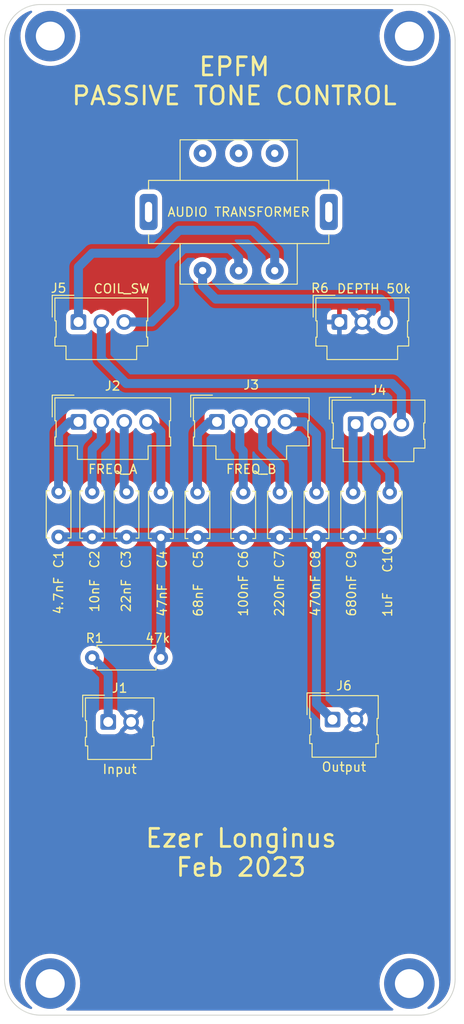
<source format=kicad_pcb>
(kicad_pcb (version 20211014) (generator pcbnew)
  (layers (0 "F.Cu" signal) (31 "B.Cu" signal) (34 "B.Paste" user) (35 "F.Paste" user) (36 "B.SilkS" user "B.Silkscreen") (37 "F.SilkS" user "F.Silkscreen") (38 "B.Mask" user) (39 "F.Mask" user) (44 "Edge.Cuts" user))
  (net 0 "")
  (net 1 "Earth")
  (net 2 "Net-(J1-Pad1)")
  (net 3 "Net-(J5-Pad1)")
  (net 4 "Net-(J5-Pad3)")
  (net 5 "Net-(R6-Pad3)")
  (net 9 "Net-(J5-Pad2)")
  (net 10 "Net-(C1-Pad1)")
  (net 11 "Net-(C8-Pad1)")
  (net 12 "Net-(C2-Pad1)")
  (net 13 "Net-(C3-Pad2)")
  (net 14 "Net-(C4-Pad2)")
  (net 15 "Net-(C5-Pad2)")
  (net 16 "Net-(C6-Pad2)")
  (net 17 "Net-(C7-Pad2)")
  (net 18 "Net-(C8-Pad2)")
  (net 19 "Net-(C9-Pad2)")
  (net 20 "Net-(C10-Pad2)")
  (footprint "MountingHole:MountingHole_3.2mm_M3_DIN965_Pad" (layer "F.Cu") (at 144.92 43.5)
    (fp_text reference "H2")
    (fp_text value "MountingHole")
    (pad "1" thru_hole circle (at 0 0) (size 5.6 5.6) (drill 3.2) (layers *.Cu *.Mask))
  )
  (footprint "Connector_Molex:Molex_SL_171971-0003_1x03_P2.54mm_Vertical" (layer "F.Cu") (at 137.16 75.184)
    (fp_text reference "R6" (at -2.16 -3.75) (layer "F.SilkS"))
    (fp_text value "DEPTH 50k" (at 3.84 -3.684) (layer "F.SilkS"))
    (fp_line (start 7.69 -2.66) (end -2.61 -2.66) (layer "F.SilkS") (width 0.12))
    (fp_line (start -2.61 -0.13) (end -2.48 -0.13) (layer "F.SilkS") (width 0.12))
    (fp_line (start -1.38 2.66) (end -1.38 4.16) (layer "F.SilkS") (width 0.12))
    (fp_line (start -2.48 1.68) (end -2.61 1.68) (layer "F.SilkS") (width 0.12))
    (fp_line (start 7.56 1.68) (end 7.56 -0.13) (layer "F.SilkS") (width 0.12))
    (fp_line (start 6.46 2.66) (end 7.69 2.66) (layer "F.SilkS") (width 0.12))
    (fp_line (start -2.91 -2.96) (end -0.5 -2.96) (layer "F.SilkS") (width 0.12))
    (fp_line (start 6.46 4.16) (end 6.46 2.66) (layer "F.SilkS") (width 0.12))
    (fp_line (start -2.48 -0.13) (end -2.48 1.68) (layer "F.SilkS") (width 0.12))
    (fp_line (start 7.56 -0.13) (end 7.69 -0.13) (layer "F.SilkS") (width 0.12))
    (fp_line (start -2.61 1.68) (end -2.61 2.66) (layer "F.SilkS") (width 0.12))
    (fp_line (start 7.69 -0.13) (end 7.69 -2.66) (layer "F.SilkS") (width 0.12))
    (fp_line (start 7.69 2.66) (end 7.69 1.68) (layer "F.SilkS") (width 0.12))
    (fp_line (start -1.38 4.16) (end 6.46 4.16) (layer "F.SilkS") (width 0.12))
    (fp_line (start -2.61 -2.66) (end -2.61 -0.13) (layer "F.SilkS") (width 0.12))
    (fp_line (start 7.69 1.68) (end 7.56 1.68) (layer "F.SilkS") (width 0.12))
    (fp_line (start -2.91 -0.55) (end -2.91 -2.96) (layer "F.SilkS") (width 0.12))
    (fp_line (start -2.61 2.66) (end -1.38 2.66) (layer "F.SilkS") (width 0.12))
    (pad "1" thru_hole roundrect (at 0 0) (size 1.74 1.74) (drill 1.09) (layers *.Cu *.Mask) (roundrect_rratio 0.1436781609) (net 1 "Earth"))
    (pad "2" thru_hole circle (at 2.54 0) (size 1.74 1.74) (drill 1.09) (layers *.Cu *.Mask) (net 1 "Earth"))
    (pad "3" thru_hole circle (at 5.08 0) (size 1.74 1.74) (drill 1.09) (layers *.Cu *.Mask) (net 5 "Net-(R6-Pad3)"))
  )
  (footprint "Connector_Molex:Molex_SL_171971-0003_1x03_P2.54mm_Vertical" (layer "F.Cu") (at 108.204 75.184)
    (fp_text reference "J5" (at -2.204 -3.75) (layer "F.SilkS"))
    (fp_text value "COIL_SW" (at 4.796 -3.684) (layer "F.SilkS"))
    (fp_line (start 7.56 1.68) (end 7.56 -0.13) (layer "F.SilkS") (width 0.12))
    (fp_line (start 7.69 2.66) (end 7.69 1.68) (layer "F.SilkS") (width 0.12))
    (fp_line (start -2.91 -2.96) (end -0.5 -2.96) (layer "F.SilkS") (width 0.12))
    (fp_line (start -2.91 -0.55) (end -2.91 -2.96) (layer "F.SilkS") (width 0.12))
    (fp_line (start -2.48 1.68) (end -2.61 1.68) (layer "F.SilkS") (width 0.12))
    (fp_line (start 7.69 -0.13) (end 7.69 -2.66) (layer "F.SilkS") (width 0.12))
    (fp_line (start 7.69 -2.66) (end -2.61 -2.66) (layer "F.SilkS") (width 0.12))
    (fp_line (start -2.61 1.68) (end -2.61 2.66) (layer "F.SilkS") (width 0.12))
    (fp_line (start 6.46 4.16) (end 6.46 2.66) (layer "F.SilkS") (width 0.12))
    (fp_line (start -1.38 4.16) (end 6.46 4.16) (layer "F.SilkS") (width 0.12))
    (fp_line (start 6.46 2.66) (end 7.69 2.66) (layer "F.SilkS") (width 0.12))
    (fp_line (start -1.38 2.66) (end -1.38 4.16) (layer "F.SilkS") (width 0.12))
    (fp_line (start -2.61 -2.66) (end -2.61 -0.13) (layer "F.SilkS") (width 0.12))
    (fp_line (start 7.56 -0.13) (end 7.69 -0.13) (layer "F.SilkS") (width 0.12))
    (fp_line (start 7.69 1.68) (end 7.56 1.68) (layer "F.SilkS") (width 0.12))
    (fp_line (start -2.48 -0.13) (end -2.48 1.68) (layer "F.SilkS") (width 0.12))
    (fp_line (start -2.61 2.66) (end -1.38 2.66) (layer "F.SilkS") (width 0.12))
    (fp_line (start -2.61 -0.13) (end -2.48 -0.13) (layer "F.SilkS") (width 0.12))
    (pad "1" thru_hole roundrect (at 0 0) (size 1.74 1.74) (drill 1.09) (layers *.Cu *.Mask) (roundrect_rratio 0.1436781609) (net 3 "Net-(J5-Pad1)"))
    (pad "2" thru_hole circle (at 2.54 0) (size 1.74 1.74) (drill 1.09) (layers *.Cu *.Mask) (net 9 "Net-(J5-Pad2)"))
    (pad "3" thru_hole circle (at 5.08 0) (size 1.74 1.74) (drill 1.09) (layers *.Cu *.Mask) (net 4 "Net-(J5-Pad3)"))
  )
  (footprint "Capacitor_THT:C_Disc_D5.0mm_W2.5mm_P5.00mm" (layer "F.Cu") (at 134.62 99.06 90)
    (fp_text reference "C8" (at -2.44 -0.12 90) (layer "F.SilkS"))
    (fp_text value "470nF" (at -6.44 -0.12 90) (layer "F.SilkS"))
    (fp_line (start -0.12 1.055) (end -0.12 1.37) (layer "F.SilkS") (width 0.12))
    (fp_line (start 5.12 -1.37) (end 5.12 -1.055) (layer "F.SilkS") (width 0.12))
    (fp_line (start -0.12 1.37) (end 5.12 1.37) (layer "F.SilkS") (width 0.12))
    (fp_line (start -0.12 -1.37) (end 5.12 -1.37) (layer "F.SilkS") (width 0.12))
    (fp_line (start -0.12 -1.37) (end -0.12 -1.055) (layer "F.SilkS") (width 0.12))
    (fp_line (start 5.12 1.055) (end 5.12 1.37) (layer "F.SilkS") (width 0.12))
    (pad "1" thru_hole circle (at 0 0 90) (size 1.6 1.6) (drill 0.8) (layers *.Cu *.Mask) (net 11 "Net-(C8-Pad1)"))
    (pad "2" thru_hole circle (at 5 0 90) (size 1.6 1.6) (drill 0.8) (layers *.Cu *.Mask) (net 18 "Net-(C8-Pad2)"))
  )
  (footprint "Capacitor_THT:C_Disc_D5.0mm_W2.5mm_P5.00mm" (layer "F.Cu") (at 130.556 99.06 90)
    (fp_text reference "C7" (at -2.44 -0.056 90) (layer "F.SilkS"))
    (fp_text value "220nF" (at -6.44 -0.056 90) (layer "F.SilkS"))
    (fp_line (start -0.12 -1.37) (end 5.12 -1.37) (layer "F.SilkS") (width 0.12))
    (fp_line (start -0.12 1.37) (end 5.12 1.37) (layer "F.SilkS") (width 0.12))
    (fp_line (start -0.12 -1.37) (end -0.12 -1.055) (layer "F.SilkS") (width 0.12))
    (fp_line (start 5.12 1.055) (end 5.12 1.37) (layer "F.SilkS") (width 0.12))
    (fp_line (start -0.12 1.055) (end -0.12 1.37) (layer "F.SilkS") (width 0.12))
    (fp_line (start 5.12 -1.37) (end 5.12 -1.055) (layer "F.SilkS") (width 0.12))
    (pad "1" thru_hole circle (at 0 0 90) (size 1.6 1.6) (drill 0.8) (layers *.Cu *.Mask) (net 11 "Net-(C8-Pad1)"))
    (pad "2" thru_hole circle (at 5 0 90) (size 1.6 1.6) (drill 0.8) (layers *.Cu *.Mask) (net 17 "Net-(C7-Pad2)"))
  )
  (footprint "Capacitor_THT:C_Disc_D5.0mm_W2.5mm_P5.00mm" (layer "F.Cu") (at 142.748 99.06 90)
    (fp_text reference "C10" (at -2.44 -0.248 90) (layer "F.SilkS"))
    (fp_text value "1uF" (at -7.44 -0.248 90) (layer "F.SilkS"))
    (fp_line (start 5.12 1.055) (end 5.12 1.37) (layer "F.SilkS") (width 0.12))
    (fp_line (start -0.12 1.055) (end -0.12 1.37) (layer "F.SilkS") (width 0.12))
    (fp_line (start -0.12 -1.37) (end -0.12 -1.055) (layer "F.SilkS") (width 0.12))
    (fp_line (start -0.12 -1.37) (end 5.12 -1.37) (layer "F.SilkS") (width 0.12))
    (fp_line (start -0.12 1.37) (end 5.12 1.37) (layer "F.SilkS") (width 0.12))
    (fp_line (start 5.12 -1.37) (end 5.12 -1.055) (layer "F.SilkS") (width 0.12))
    (pad "1" thru_hole circle (at 0 0 90) (size 1.6 1.6) (drill 0.8) (layers *.Cu *.Mask) (net 11 "Net-(C8-Pad1)"))
    (pad "2" thru_hole circle (at 5 0 90) (size 1.6 1.6) (drill 0.8) (layers *.Cu *.Mask) (net 20 "Net-(C10-Pad2)"))
  )
  (footprint "Connector_Molex:Molex_SL_171971-0002_1x02_P2.54mm_Vertical" (layer "F.Cu") (at 111.506 119.504)
    (fp_text reference "J1" (at 1.27 -3.75) (layer "F.SilkS"))
    (fp_text value "Input" (at 1.27 5.25) (layer "F.SilkS"))
    (fp_line (start -2.53 1.68) (end -2.53 2.66) (layer "F.SilkS") (width 0.12))
    (fp_line (start -2.4 -0.13) (end -2.4 1.68) (layer "F.SilkS") (width 0.12))
    (fp_line (start -2.27 2.66) (end -2.27 4.16) (layer "F.SilkS") (width 0.12))
    (fp_line (start 4.81 2.66) (end 5.07 2.66) (layer "F.SilkS") (width 0.12))
    (fp_line (start -2.53 -2.66) (end -2.53 -0.13) (layer "F.SilkS") (width 0.12))
    (fp_line (start 5.07 1.68) (end 4.94 1.68) (layer "F.SilkS") (width 0.12))
    (fp_line (start -2.83 -0.55) (end -2.83 -2.96) (layer "F.SilkS") (width 0.12))
    (fp_line (start -2.27 4.16) (end 4.81 4.16) (layer "F.SilkS") (width 0.12))
    (fp_line (start 5.07 -2.66) (end -2.53 -2.66) (layer "F.SilkS") (width 0.12))
    (fp_line (start -2.53 2.66) (end -2.27 2.66) (layer "F.SilkS") (width 0.12))
    (fp_line (start 4.94 -0.13) (end 5.07 -0.13) (layer "F.SilkS") (width 0.12))
    (fp_line (start 5.07 -0.13) (end 5.07 -2.66) (layer "F.SilkS") (width 0.12))
    (fp_line (start 4.81 4.16) (end 4.81 2.66) (layer "F.SilkS") (width 0.12))
    (fp_line (start 4.94 1.68) (end 4.94 -0.13) (layer "F.SilkS") (width 0.12))
    (fp_line (start -2.53 -0.13) (end -2.4 -0.13) (layer "F.SilkS") (width 0.12))
    (fp_line (start 5.07 2.66) (end 5.07 1.68) (layer "F.SilkS") (width 0.12))
    (fp_line (start -2.4 1.68) (end -2.53 1.68) (layer "F.SilkS") (width 0.12))
    (fp_line (start -2.83 -2.96) (end -0.42 -2.96) (layer "F.SilkS") (width 0.12))
    (pad "1" thru_hole roundrect (at 0 0) (size 1.74 1.74) (drill 1.09) (layers *.Cu *.Mask) (roundrect_rratio 0.1436781609) (net 2 "Net-(J1-Pad1)"))
    (pad "2" thru_hole circle (at 2.54 0) (size 1.74 1.74) (drill 1.09) (layers *.Cu *.Mask) (net 1 "Earth"))
  )
  (footprint "Resistor_THT:R_Axial_DIN0207_L6.3mm_D2.5mm_P7.62mm_Horizontal" (layer "F.Cu") (at 109.728 112.38)
    (fp_text reference "R1" (at 0.272 -2.156) (layer "F.SilkS"))
    (fp_text value "47k" (at 7.272 -2.156) (layer "F.SilkS"))
    (fp_line (start 0.54 1.04) (end 0.54 1.37) (layer "F.SilkS") (width 0.12))
    (fp_line (start 0.54 1.37) (end 7.08 1.37) (layer "F.SilkS") (width 0.12))
    (fp_line (start 7.08 -1.37) (end 7.08 -1.04) (layer "F.SilkS") (width 0.12))
    (fp_line (start 0.54 -1.04) (end 0.54 -1.37) (layer "F.SilkS") (width 0.12))
    (fp_line (start 7.08 1.37) (end 7.08 1.04) (layer "F.SilkS") (width 0.12))
    (fp_line (start 0.54 -1.37) (end 7.08 -1.37) (layer "F.SilkS") (width 0.12))
    (pad "1" thru_hole circle (at 0 0) (size 1.6 1.6) (drill 0.8) (layers *.Cu *.Mask) (net 2 "Net-(J1-Pad1)"))
    (pad "2" thru_hole oval (at 7.62 0) (size 1.6 1.6) (drill 0.8) (layers *.Cu *.Mask) (net 11 "Net-(C8-Pad1)"))
  )
  (footprint "Capacitor_THT:C_Disc_D5.0mm_W2.5mm_P5.00mm" (layer "F.Cu") (at 106 94 -90)
    (fp_text reference "C1" (at 7.5 0 90) (layer "F.SilkS"))
    (fp_text value "4.7nF" (at 11.5 0 90) (layer "F.SilkS"))
    (fp_line (start -0.12 -1.37) (end 5.12 -1.37) (layer "F.SilkS") (width 0.12))
    (fp_line (start -0.12 1.055) (end -0.12 1.37) (layer "F.SilkS") (width 0.12))
    (fp_line (start -0.12 1.37) (end 5.12 1.37) (layer "F.SilkS") (width 0.12))
    (fp_line (start 5.12 -1.37) (end 5.12 -1.055) (layer "F.SilkS") (width 0.12))
    (fp_line (start 5.12 1.055) (end 5.12 1.37) (layer "F.SilkS") (width 0.12))
    (fp_line (start -0.12 -1.37) (end -0.12 -1.055) (layer "F.SilkS") (width 0.12))
    (pad "1" thru_hole circle (at 0 0 270) (size 1.6 1.6) (drill 0.8) (layers *.Cu *.Mask) (net 10 "Net-(C1-Pad1)"))
    (pad "2" thru_hole circle (at 5 0 270) (size 1.6 1.6) (drill 0.8) (layers *.Cu *.Mask) (net 11 "Net-(C8-Pad1)"))
  )
  (footprint "PassiveTonalControl:AudioTransformer_Thru" (layer "F.Cu") (at 125.984 62.992 180)
    (fp_text reference "AUDIO TRANSFORMER" (at 0 -0.008 unlocked) (layer "F.SilkS"))
    (fp_text value "ADTT1-6")
    (fp_line (start 6.5 -8) (end 6.5 -3.5) (layer "F.SilkS") (width 0.12))
    (fp_line (start -6.5 3.5) (end -6.5 8) (layer "F.SilkS") (width 0.12))
    (fp_line (start 10 -3.5) (end 10 -2.5) (layer "F.SilkS") (width 0.12))
    (fp_line (start -10 -3.5) (end -10 -2.5) (layer "F.SilkS") (width 0.12))
    (fp_line (start -6.5 -3.5) (end -6.5 -8) (layer "F.SilkS") (width 0.12))
    (fp_line (start 6.5 8) (end 6.5 3.5) (layer "F.SilkS") (width 0.12))
    (fp_line (start -10 2.5) (end -10 3.5) (layer "F.SilkS") (width 0.12))
    (fp_line (start -6.5 -8) (end 6.5 -8) (layer "F.SilkS") (width 0.12))
    (fp_line (start -10 3.5) (end 10 3.5) (layer "F.SilkS") (width 0.12))
    (fp_line (start -10 -3.5) (end 10 -3.5) (layer "F.SilkS") (width 0.12))
    (fp_line (start 10 3.5) (end 10 2.5) (layer "F.SilkS") (width 0.12))
    (fp_line (start -6.5 8) (end 6.5 8) (layer "F.SilkS") (width 0.12))
    (pad "1" thru_hole circle (at -4 6.5 180) (size 2 2) (drill 0.8) (layers *.Cu *.Mask))
    (pad "2" thru_hole circle (at 0 6.5 180) (size 2 2) (drill 0.8) (layers *.Cu *.Mask))
    (pad "3" thru_hole circle (at 4 6.5 180) (size 2 2) (drill 0.8) (layers *.Cu *.Mask))
    (pad "4" thru_hole circle (at 4 -6.5 180) (size 2 2) (drill 0.8) (layers *.Cu *.Mask) (net 5 "Net-(R6-Pad3)"))
    (pad "5" thru_hole circle (at 0 -6.5 180) (size 2 2) (drill 0.8) (layers *.Cu *.Mask) (net 4 "Net-(J5-Pad3)"))
    (pad "6" thru_hole circle (at -4 -6.5 180) (size 2 2) (drill 0.8) (layers *.Cu *.Mask) (net 3 "Net-(J5-Pad1)"))
    (pad "7" thru_hole roundrect (at 10 0 180) (size 2 4) (drill oval 0.8 2.25) (layers *.Cu *.Mask))
    (pad "7" thru_hole roundrect (at -10 0 180) (size 2 4) (drill oval 0.8 2.25) (layers *.Cu *.Mask))
  )
  (footprint "Connector_Molex:Molex_SL_171971-0004_1x04_P2.54mm_Vertical" (layer "F.Cu") (at 108.203 86.25)
    (fp_text reference "J2" (at 3.797 -3.977) (layer "F.SilkS"))
    (fp_text value "FREQ_A" (at 3.81 5.25) (layer "F.SilkS"))
    (fp_line (start 7.73 2.66) (end 10.23 2.66) (layer "F.SilkS") (width 0.12))
    (fp_line (start -2.91 -0.55) (end -2.91 -2.96) (layer "F.SilkS") (width 0.12))
    (fp_line (start 10.23 -2.66) (end -2.61 -2.66) (layer "F.SilkS") (width 0.12))
    (fp_line (start -2.61 -2.66) (end -2.61 -0.13) (layer "F.SilkS") (width 0.12))
    (fp_line (start -2.48 -0.13) (end -2.48 1.68) (layer "F.SilkS") (width 0.12))
    (fp_line (start -0.11 2.66) (end -0.11 4.16) (layer "F.SilkS") (width 0.12))
    (fp_line (start 7.73 4.16) (end 7.73 2.66) (layer "F.SilkS") (width 0.12))
    (fp_line (start -2.61 1.68) (end -2.61 2.66) (layer "F.SilkS") (width 0.12))
    (fp_line (start -2.48 1.68) (end -2.61 1.68) (layer "F.SilkS") (width 0.12))
    (fp_line (start 10.1 -0.13) (end 10.23 -0.13) (layer "F.SilkS") (width 0.12))
    (fp_line (start -2.61 2.66) (end -0.11 2.66) (layer "F.SilkS") (width 0.12))
    (fp_line (start 10.23 2.66) (end 10.23 1.68) (layer "F.SilkS") (width 0.12))
    (fp_line (start -2.61 -0.13) (end -2.48 -0.13) (layer "F.SilkS") (width 0.12))
    (fp_line (start -0.11 4.16) (end 7.73 4.16) (layer "F.SilkS") (width 0.12))
    (fp_line (start -2.91 -2.96) (end -0.5 -2.96) (layer "F.SilkS") (width 0.12))
    (fp_line (start 10.23 -0.13) (end 10.23 -2.66) (layer "F.SilkS") (width 0.12))
    (fp_line (start 10.23 1.68) (end 10.1 1.68) (layer "F.SilkS") (width 0.12))
    (fp_line (start 10.1 1.68) (end 10.1 -0.13) (layer "F.SilkS") (width 0.12))
    (pad "1" thru_hole roundrect (at 0 0) (size 1.74 1.74) (drill 1.09) (layers *.Cu *.Mask) (roundrect_rratio 0.1436781609) (net 10 "Net-(C1-Pad1)"))
    (pad "2" thru_hole circle (at 2.54 0) (size 1.74 1.74) (drill 1.09) (layers *.Cu *.Mask) (net 12 "Net-(C2-Pad1)"))
    (pad "3" thru_hole circle (at 5.08 0) (size 1.74 1.74) (drill 1.09) (layers *.Cu *.Mask) (net 13 "Net-(C3-Pad2)"))
    (pad "4" thru_hole circle (at 7.62 0) (size 1.74 1.74) (drill 1.09) (layers *.Cu *.Mask) (net 14 "Net-(C4-Pad2)"))
  )
  (footprint "Connector_Molex:Molex_SL_171971-0003_1x03_P2.54mm_Vertical" (layer "F.Cu") (at 138.96 86.5)
    (fp_text reference "J4" (at 2.54 -3.75) (layer "F.SilkS"))
    (fp_text value "FREQ_COMM")
    (fp_line (start 7.56 1.68) (end 7.56 -0.13) (layer "F.SilkS") (width 0.12))
    (fp_line (start -2.91 -0.55) (end -2.91 -2.96) (layer "F.SilkS") (width 0.12))
    (fp_line (start 7.69 -2.66) (end -2.61 -2.66) (layer "F.SilkS") (width 0.12))
    (fp_line (start -1.38 2.66) (end -1.38 4.16) (layer "F.SilkS") (width 0.12))
    (fp_line (start 7.69 2.66) (end 7.69 1.68) (layer "F.SilkS") (width 0.12))
    (fp_line (start -2.48 -0.13) (end -2.48 1.68) (layer "F.SilkS") (width 0.12))
    (fp_line (start -1.38 4.16) (end 6.46 4.16) (layer "F.SilkS") (width 0.12))
    (fp_line (start 7.56 -0.13) (end 7.69 -0.13) (layer "F.SilkS") (width 0.12))
    (fp_line (start 6.46 2.66) (end 7.69 2.66) (layer "F.SilkS") (width 0.12))
    (fp_line (start -2.48 1.68) (end -2.61 1.68) (layer "F.SilkS") (width 0.12))
    (fp_line (start -2.61 -2.66) (end -2.61 -0.13) (layer "F.SilkS") (width 0.12))
    (fp_line (start -2.61 -0.13) (end -2.48 -0.13) (layer "F.SilkS") (width 0.12))
    (fp_line (start 7.69 1.68) (end 7.56 1.68) (layer "F.SilkS") (width 0.12))
    (fp_line (start -2.61 1.68) (end -2.61 2.66) (layer "F.SilkS") (width 0.12))
    (fp_line (start -2.91 -2.96) (end -0.5 -2.96) (layer "F.SilkS") (width 0.12))
    (fp_line (start 7.69 -0.13) (end 7.69 -2.66) (layer "F.SilkS") (width 0.12))
    (fp_line (start 6.46 4.16) (end 6.46 2.66) (layer "F.SilkS") (width 0.12))
    (fp_line (start -2.61 2.66) (end -1.38 2.66) (layer "F.SilkS") (width 0.12))
    (pad "1" thru_hole roundrect (at 0 0) (size 1.74 1.74) (drill 1.09) (layers *.Cu *.Mask) (roundrect_rratio 0.1436781609) (net 19 "Net-(C9-Pad2)"))
    (pad "2" thru_hole circle (at 2.54 0) (size 1.74 1.74) (drill 1.09) (layers *.Cu *.Mask) (net 20 "Net-(C10-Pad2)"))
    (pad "3" thru_hole circle (at 5.08 0) (size 1.74 1.74) (drill 1.09) (layers *.Cu *.Mask) (net 9 "Net-(J5-Pad2)"))
  )
  (footprint "Capacitor_THT:C_Disc_D5.0mm_W2.5mm_P5.00mm" (layer "F.Cu") (at 121.412 99.06 90)
    (fp_text reference "C5" (at -2.44 0.088 90) (layer "F.SilkS"))
    (fp_text value "68nF" (at -6.94 0.088 90) (layer "F.SilkS"))
    (fp_line (start -0.12 1.37) (end 5.12 1.37) (layer "F.SilkS") (width 0.12))
    (fp_line (start -0.12 -1.37) (end 5.12 -1.37) (layer "F.SilkS") (width 0.12))
    (fp_line (start -0.12 -1.37) (end -0.12 -1.055) (layer "F.SilkS") (width 0.12))
    (fp_line (start -0.12 1.055) (end -0.12 1.37) (layer "F.SilkS") (width 0.12))
    (fp_line (start 5.12 1.055) (end 5.12 1.37) (layer "F.SilkS") (width 0.12))
    (fp_line (start 5.12 -1.37) (end 5.12 -1.055) (layer "F.SilkS") (width 0.12))
    (pad "1" thru_hole circle (at 0 0 90) (size 1.6 1.6) (drill 0.8) (layers *.Cu *.Mask) (net 11 "Net-(C8-Pad1)"))
    (pad "2" thru_hole circle (at 5 0 90) (size 1.6 1.6) (drill 0.8) (layers *.Cu *.Mask) (net 15 "Net-(C5-Pad2)"))
  )
  (footprint "Capacitor_THT:C_Disc_D5.0mm_W2.5mm_P5.00mm" (layer "F.Cu") (at 117.348 99.06 90)
    (fp_text reference "C4" (at -2.44 0.152 90) (layer "F.SilkS"))
    (fp_text value "47nF" (at -6.94 0.152 90) (layer "F.SilkS"))
    (fp_line (start 5.12 -1.37) (end 5.12 -1.055) (layer "F.SilkS") (width 0.12))
    (fp_line (start -0.12 -1.37) (end 5.12 -1.37) (layer "F.SilkS") (width 0.12))
    (fp_line (start 5.12 1.055) (end 5.12 1.37) (layer "F.SilkS") (width 0.12))
    (fp_line (start -0.12 1.37) (end 5.12 1.37) (layer "F.SilkS") (width 0.12))
    (fp_line (start -0.12 -1.37) (end -0.12 -1.055) (layer "F.SilkS") (width 0.12))
    (fp_line (start -0.12 1.055) (end -0.12 1.37) (layer "F.SilkS") (width 0.12))
    (pad "1" thru_hole circle (at 0 0 90) (size 1.6 1.6) (drill 0.8) (layers *.Cu *.Mask) (net 11 "Net-(C8-Pad1)"))
    (pad "2" thru_hole circle (at 5 0 90) (size 1.6 1.6) (drill 0.8) (layers *.Cu *.Mask) (net 14 "Net-(C4-Pad2)"))
  )
  (footprint "Capacitor_THT:C_Disc_D5.0mm_W2.5mm_P5.00mm" (layer "F.Cu") (at 126.492 99.06 90)
    (fp_text reference "C6" (at -2.44 0.008 90) (layer "F.SilkS"))
    (fp_text value "100nF" (at -6.44 0.008 90) (layer "F.SilkS"))
    (fp_line (start 5.12 1.055) (end 5.12 1.37) (layer "F.SilkS") (width 0.12))
    (fp_line (start -0.12 1.055) (end -0.12 1.37) (layer "F.SilkS") (width 0.12))
    (fp_line (start -0.12 1.37) (end 5.12 1.37) (layer "F.SilkS") (width 0.12))
    (fp_line (start -0.12 -1.37) (end 5.12 -1.37) (layer "F.SilkS") (width 0.12))
    (fp_line (start -0.12 -1.37) (end -0.12 -1.055) (layer "F.SilkS") (width 0.12))
    (fp_line (start 5.12 -1.37) (end 5.12 -1.055) (layer "F.SilkS") (width 0.12))
    (pad "1" thru_hole circle (at 0 0 90) (size 1.6 1.6) (drill 0.8) (layers *.Cu *.Mask) (net 11 "Net-(C8-Pad1)"))
    (pad "2" thru_hole circle (at 5 0 90) (size 1.6 1.6) (drill 0.8) (layers *.Cu *.Mask) (net 16 "Net-(C6-Pad2)"))
  )
  (footprint "Capacitor_THT:C_Disc_D5.0mm_W2.5mm_P5.00mm" (layer "F.Cu") (at 113.538 99.02 90)
    (fp_text reference "C3" (at -2.48 -0.038 90) (layer "F.SilkS"))
    (fp_text value "22nF" (at -6.48 -0.038 90) (layer "F.SilkS"))
    (fp_line (start -0.12 -1.37) (end -0.12 -1.055) (layer "F.SilkS") (width 0.12))
    (fp_line (start 5.12 -1.37) (end 5.12 -1.055) (layer "F.SilkS") (width 0.12))
    (fp_line (start 5.12 1.055) (end 5.12 1.37) (layer "F.SilkS") (width 0.12))
    (fp_line (start -0.12 1.055) (end -0.12 1.37) (layer "F.SilkS") (width 0.12))
    (fp_line (start -0.12 -1.37) (end 5.12 -1.37) (layer "F.SilkS") (width 0.12))
    (fp_line (start -0.12 1.37) (end 5.12 1.37) (layer "F.SilkS") (width 0.12))
    (pad "1" thru_hole circle (at 0 0 90) (size 1.6 1.6) (drill 0.8) (layers *.Cu *.Mask) (net 11 "Net-(C8-Pad1)"))
    (pad "2" thru_hole circle (at 5 0 90) (size 1.6 1.6) (drill 0.8) (layers *.Cu *.Mask) (net 13 "Net-(C3-Pad2)"))
  )
  (footprint "Connector_Molex:Molex_SL_171971-0002_1x02_P2.54mm_Vertical" (layer "F.Cu") (at 136.398 119.25)
    (fp_text reference "J6" (at 1.27 -3.75) (layer "F.SilkS"))
    (fp_text value "Output" (at 1.27 5.25) (layer "F.SilkS"))
    (fp_line (start -2.53 1.68) (end -2.53 2.66) (layer "F.SilkS") (width 0.12))
    (fp_line (start -2.83 -2.96) (end -0.42 -2.96) (layer "F.SilkS") (width 0.12))
    (fp_line (start 5.07 1.68) (end 4.94 1.68) (layer "F.SilkS") (width 0.12))
    (fp_line (start 4.81 4.16) (end 4.81 2.66) (layer "F.SilkS") (width 0.12))
    (fp_line (start 4.94 -0.13) (end 5.07 -0.13) (layer "F.SilkS") (width 0.12))
    (fp_line (start -2.83 -0.55) (end -2.83 -2.96) (layer "F.SilkS") (width 0.12))
    (fp_line (start 5.07 -0.13) (end 5.07 -2.66) (layer "F.SilkS") (width 0.12))
    (fp_line (start 4.81 2.66) (end 5.07 2.66) (layer "F.SilkS") (width 0.12))
    (fp_line (start 4.94 1.68) (end 4.94 -0.13) (layer "F.SilkS") (width 0.12))
    (fp_line (start 5.07 2.66) (end 5.07 1.68) (layer "F.SilkS") (width 0.12))
    (fp_line (start -2.53 -2.66) (end -2.53 -0.13) (layer "F.SilkS") (width 0.12))
    (fp_line (start -2.53 -0.13) (end -2.4 -0.13) (layer "F.SilkS") (width 0.12))
    (fp_line (start 5.07 -2.66) (end -2.53 -2.66) (layer "F.SilkS") (width 0.12))
    (fp_line (start -2.53 2.66) (end -2.27 2.66) (layer "F.SilkS") (width 0.12))
    (fp_line (start -2.27 2.66) (end -2.27 4.16) (layer "F.SilkS") (width 0.12))
    (fp_line (start -2.27 4.16) (end 4.81 4.16) (layer "F.SilkS") (width 0.12))
    (fp_line (start -2.4 -0.13) (end -2.4 1.68) (layer "F.SilkS") (width 0.12))
    (fp_line (start -2.4 1.68) (end -2.53 1.68) (layer "F.SilkS") (width 0.12))
    (pad "1" thru_hole roundrect (at 0 0) (size 1.74 1.74) (drill 1.09) (layers *.Cu *.Mask) (roundrect_rratio 0.1436781609) (net 11 "Net-(C8-Pad1)"))
    (pad "2" thru_hole circle (at 2.54 0) (size 1.74 1.74) (drill 1.09) (layers *.Cu *.Mask) (net 1 "Earth"))
  )
  (footprint "Capacitor_THT:C_Disc_D5.0mm_W2.5mm_P5.00mm" (layer "F.Cu") (at 138.684 99.06 90)
    (fp_text reference "C9" (at -2.44 -0.184 90) (layer "F.SilkS"))
    (fp_text value "680nF" (at -6.44 -0.184 90) (layer "F.SilkS"))
    (fp_line (start -0.12 1.055) (end -0.12 1.37) (layer "F.SilkS") (width 0.12))
    (fp_line (start 5.12 1.055) (end 5.12 1.37) (layer "F.SilkS") (width 0.12))
    (fp_line (start -0.12 1.37) (end 5.12 1.37) (layer "F.SilkS") (width 0.12))
    (fp_line (start -0.12 -1.37) (end 5.12 -1.37) (layer "F.SilkS") (width 0.12))
    (fp_line (start 5.12 -1.37) (end 5.12 -1.055) (layer "F.SilkS") (width 0.12))
    (fp_line (start -0.12 -1.37) (end -0.12 -1.055) (layer "F.SilkS") (width 0.12))
    (pad "1" thru_hole circle (at 0 0 90) (size 1.6 1.6) (drill 0.8) (layers *.Cu *.Mask) (net 11 "Net-(C8-Pad1)"))
    (pad "2" thru_hole circle (at 5 0 90) (size 1.6 1.6) (drill 0.8) (layers *.Cu *.Mask) (net 19 "Net-(C9-Pad2)"))
  )
  (footprint "MountingHole:MountingHole_3.2mm_M3_DIN965_Pad" (layer "F.Cu") (at 144.92 148.5)
    (fp_text reference "H4")
    (fp_text value "MountingHole")
    (pad "1" thru_hole circle (at 0 0) (size 5.6 5.6) (drill 3.2) (layers *.Cu *.Mask))
  )
  (footprint "MountingHole:MountingHole_3.2mm_M3_DIN965_Pad" (layer "F.Cu") (at 105.08 43.5)
    (fp_text reference "H1")
    (fp_text value "MountingHole")
    (pad "1" thru_hole circle (at 0 0) (size 5.6 5.6) (drill 3.2) (layers *.Cu *.Mask))
  )
  (footprint "Capacitor_THT:C_Disc_D5.0mm_W2.5mm_P5.00mm" (layer "F.Cu") (at 109.728 94.02 -90)
    (fp_text reference "C2" (at 7.48 -0.272 90) (layer "F.SilkS"))
    (fp_text value "10nF" (at 11.48 -0.272 90) (layer "F.SilkS"))
    (fp_line (start -0.12 1.055) (end -0.12 1.37) (layer "F.SilkS") (width 0.12))
    (fp_line (start 5.12 1.055) (end 5.12 1.37) (layer "F.SilkS") (width 0.12))
    (fp_line (start -0.12 1.37) (end 5.12 1.37) (layer "F.SilkS") (width 0.12))
    (fp_line (start 5.12 -1.37) (end 5.12 -1.055) (layer "F.SilkS") (width 0.12))
    (fp_line (start -0.12 -1.37) (end 5.12 -1.37) (layer "F.SilkS") (width 0.12))
    (fp_line (start -0.12 -1.37) (end -0.12 -1.055) (layer "F.SilkS") (width 0.12))
    (pad "1" thru_hole circle (at 0 0 270) (size 1.6 1.6) (drill 0.8) (layers *.Cu *.Mask) (net 12 "Net-(C2-Pad1)"))
    (pad "2" thru_hole circle (at 5 0 270) (size 1.6 1.6) (drill 0.8) (layers *.Cu *.Mask) (net 11 "Net-(C8-Pad1)"))
  )
  (footprint "Connector_Molex:Molex_SL_171971-0004_1x04_P2.54mm_Vertical" (layer "F.Cu") (at 123.57 86.25)
    (fp_text reference "J3" (at 3.81 -4.092) (layer "F.SilkS"))
    (fp_text value "FREQ_B" (at 3.81 5.25) (layer "F.SilkS"))
    (fp_line (start 10.23 2.66) (end 10.23 1.68) (layer "F.SilkS") (width 0.12))
    (fp_line (start -2.91 -0.55) (end -2.91 -2.96) (layer "F.SilkS") (width 0.12))
    (fp_line (start 7.73 2.66) (end 10.23 2.66) (layer "F.SilkS") (width 0.12))
    (fp_line (start -2.61 -2.66) (end -2.61 -0.13) (layer "F.SilkS") (width 0.12))
    (fp_line (start -2.61 1.68) (end -2.61 2.66) (layer "F.SilkS") (width 0.12))
    (fp_line (start 10.23 1.68) (end 10.1 1.68) (layer "F.SilkS") (width 0.12))
    (fp_line (start -2.48 1.68) (end -2.61 1.68) (layer "F.SilkS") (width 0.12))
    (fp_line (start -0.11 4.16) (end 7.73 4.16) (layer "F.SilkS") (width 0.12))
    (fp_line (start -2.61 -0.13) (end -2.48 -0.13) (layer "F.SilkS") (width 0.12))
    (fp_line (start 10.23 -0.13) (end 10.23 -2.66) (layer "F.SilkS") (width 0.12))
    (fp_line (start -0.11 2.66) (end -0.11 4.16) (layer "F.SilkS") (width 0.12))
    (fp_line (start 7.73 4.16) (end 7.73 2.66) (layer "F.SilkS") (width 0.12))
    (fp_line (start 10.23 -2.66) (end -2.61 -2.66) (layer "F.SilkS") (width 0.12))
    (fp_line (start -2.48 -0.13) (end -2.48 1.68) (layer "F.SilkS") (width 0.12))
    (fp_line (start 10.1 1.68) (end 10.1 -0.13) (layer "F.SilkS") (width 0.12))
    (fp_line (start 10.1 -0.13) (end 10.23 -0.13) (layer "F.SilkS") (width 0.12))
    (fp_line (start -2.91 -2.96) (end -0.5 -2.96) (layer "F.SilkS") (width 0.12))
    (fp_line (start -2.61 2.66) (end -0.11 2.66) (layer "F.SilkS") (width 0.12))
    (pad "1" thru_hole roundrect (at 0 0) (size 1.74 1.74) (drill 1.09) (layers *.Cu *.Mask) (roundrect_rratio 0.1436781609) (net 15 "Net-(C5-Pad2)"))
    (pad "2" thru_hole circle (at 2.54 0) (size 1.74 1.74) (drill 1.09) (layers *.Cu *.Mask) (net 16 "Net-(C6-Pad2)"))
    (pad "3" thru_hole circle (at 5.08 0) (size 1.74 1.74) (drill 1.09) (layers *.Cu *.Mask) (net 17 "Net-(C7-Pad2)"))
    (pad "4" thru_hole circle (at 7.62 0) (size 1.74 1.74) (drill 1.09) (layers *.Cu *.Mask) (net 18 "Net-(C8-Pad2)"))
  )
  (footprint "MountingHole:MountingHole_3.2mm_M3_DIN965_Pad" (layer "F.Cu") (at 105.08 148.5)
    (fp_text reference "H3")
    (fp_text value "MountingHole")
    (pad "1" thru_hole circle (at 0 0) (size 5.6 5.6) (drill 3.2) (layers *.Cu *.Mask))
  )
  (gr_arc (start 150 148) (mid 148.828427 150.828427) (end 146 152) (layer "Edge.Cuts") (width 0.1))
  (gr_arc (start 100 44) (mid 101.171573 41.171573) (end 104 40) (layer "Edge.Cuts") (width 0.1))
  (gr_line (start 146 40) (end 104 40) (layer "Edge.Cuts") (width 0.1))
  (gr_line (start 104 152) (end 146 152) (layer "Edge.Cuts") (width 0.1))
  (gr_line (start 100 148) (end 100 44) (layer "Edge.Cuts") (width 0.1))
  (gr_arc (start 104 152) (mid 101.171573 150.828427) (end 100 148) (layer "Edge.Cuts") (width 0.1))
  (gr_arc (start 146 40) (mid 148.828427 41.171573) (end 150 44) (layer "Edge.Cuts") (width 0.1))
  (gr_line (start 150 44) (end 150 148) (layer "Edge.Cuts") (width 0.1))
  (gr_text "EPFM\nPASSIVE TONE CONTROL\n" (at 125.5 48.5) (layer "F.SilkS") (effects (font (size 2 2) (thickness 0.3))))
  (gr_text "Ezer Longinus\nFeb 2023" (at 126.25 134) (layer "F.SilkS") (effects (font (size 2 2) (thickness 0.3))))
  (segment (start 111.506 119.504) (end 111.506 114.158) (width 1) (layer "B.Cu") (net 2))
  (segment (start 111.506 114.158) (end 109.728 112.38) (width 1) (layer "B.Cu") (net 2))
  (segment (start 127.508 65.024) (end 119.38 65.024) (width 1) (layer "B.Cu") (net 3))
  (segment (start 116.84 67.564) (end 109.728 67.564) (width 1) (layer "B.Cu") (net 3))
  (segment (start 108.204 69.088) (end 108.204 75.184) (width 1) (layer "B.Cu") (net 3))
  (segment (start 129.984 67.5) (end 127.508 65.024) (width 1) (layer "B.Cu") (net 3))
  (segment (start 109.728 67.564) (end 108.204 69.088) (width 1) (layer "B.Cu") (net 3))
  (segment (start 129.984 69.492) (end 129.984 67.5) (width 1) (layer "B.Cu") (net 3))
  (segment (start 119.38 65.024) (end 116.84 67.564) (width 1) (layer "B.Cu") (net 3))
  (segment (start 124.968 67.056) (end 119.888 67.056) (width 1) (layer "B.Cu") (net 4))
  (segment (start 116.332 75.184) (end 113.284 75.184) (width 1) (layer "B.Cu") (net 4))
  (segment (start 125.984 69.492) (end 125.984 68.072) (width 1) (layer "B.Cu") (net 4))
  (segment (start 118.364 73.152) (end 116.332 75.184) (width 1) (layer "B.Cu") (net 4))
  (segment (start 119.888 67.056) (end 118.364 68.58) (width 1) (layer "B.Cu") (net 4))
  (segment (start 118.364 68.58) (end 118.364 73.152) (width 1) (layer "B.Cu") (net 4))
  (segment (start 125.984 68.072) (end 124.968 67.056) (width 1) (layer "B.Cu") (net 4))
  (segment (start 142.24 75.184) (end 142.24 73.152) (width 1) (layer "B.Cu") (net 5))
  (segment (start 142.24 73.152) (end 141.732 72.644) (width 1) (layer "B.Cu") (net 5))
  (segment (start 123.444 72.644) (end 121.984 71.184) (width 1) (layer "B.Cu") (net 5))
  (segment (start 121.984 71.184) (end 121.984 69.492) (width 1) (layer "B.Cu") (net 5))
  (segment (start 141.732 72.644) (end 123.444 72.644) (width 1) (layer "B.Cu") (net 5))
  (segment (start 144.04 86.5) (end 144.04 83.04) (width 1) (layer "B.Cu") (net 9))
  (segment (start 143 82) (end 113.5 82) (width 1) (layer "B.Cu") (net 9))
  (segment (start 110.744 79.244) (end 110.744 75.184) (width 1) (layer "B.Cu") (net 9))
  (segment (start 113.5 82) (end 110.744 79.244) (width 1) (layer "B.Cu") (net 9))
  (segment (start 144.04 83.04) (end 143 82) (width 1) (layer "B.Cu") (net 9))
  (segment (start 107.25 86.25) (end 106 87.5) (width 1) (layer "B.Cu") (net 10))
  (segment (start 108.203 86.25) (end 107.25 86.25) (width 1) (layer "B.Cu") (net 10))
  (segment (start 106 87.5) (end 106 94) (width 1) (layer "B.Cu") (net 10))
  (segment (start 130.556 99.06) (end 126.492 99.06) (width 1) (layer "B.Cu") (net 11))
  (segment (start 121.412 99.06) (end 117.348 99.06) (width 1) (layer "B.Cu") (net 11))
  (segment (start 136.398 119.25) (end 134.62 117.472) (width 1) (layer "B.Cu") (net 11))
  (segment (start 109.708 99) (end 109.728 99.02) (width 1) (layer "B.Cu") (net 11))
  (segment (start 126.492 99.06) (end 121.412 99.06) (width 1) (layer "B.Cu") (net 11))
  (segment (start 142.748 99.06) (end 138.684 99.06) (width 1) (layer "B.Cu") (net 11))
  (segment (start 113.538 99.02) (end 117.308 99.02) (width 1) (layer "B.Cu") (net 11))
  (segment (start 134.62 117.472) (end 134.62 99.06) (width 1) (layer "B.Cu") (net 11))
  (segment (start 117.348 112.38) (end 117.348 99.06) (width 1) (layer "B.Cu") (net 11))
  (segment (start 106 99) (end 109.708 99) (width 1) (layer "B.Cu") (net 11))
  (segment (start 134.62 99.06) (end 138.684 99.06) (width 1) (layer "B.Cu") (net 11))
  (segment (start 134.62 99.06) (end 130.556 99.06) (width 1) (layer "B.Cu") (net 11))
  (segment (start 109.728 99.02) (end 113.538 99.02) (width 1) (layer "B.Cu") (net 11))
  (segment (start 117.308 99.02) (end 117.348 99.06) (width 1) (layer "B.Cu") (net 11))
  (segment (start 110.743 88.257) (end 110.743 86.25) (width 1) (layer "B.Cu") (net 12))
  (segment (start 109.728 89.272) (end 110.743 88.257) (width 1) (layer "B.Cu") (net 12))
  (segment (start 109.728 94.02) (end 109.728 89.272) (width 1) (layer "B.Cu") (net 12))
  (segment (start 113.283 86.25) (end 113.283 93.765) (width 1) (layer "B.Cu") (net 13))
  (segment (start 113.283 93.765) (end 113.538 94.02) (width 1) (layer "B.Cu") (net 13))
  (segment (start 116.25 86.25) (end 117.348 87.348) (width 1) (layer "B.Cu") (net 14))
  (segment (start 117.348 87.348) (end 117.348 94.06) (width 1) (layer "B.Cu") (net 14))
  (segment (start 115.823 86.25) (end 116.25 86.25) (width 1) (layer "B.Cu") (net 14))
  (segment (start 121.412 87.588) (end 122.75 86.25) (width 1) (layer "B.Cu") (net 15))
  (segment (start 122.75 86.25) (end 123.57 86.25) (width 1) (layer "B.Cu") (net 15))
  (segment (start 121.412 94.06) (end 121.412 87.588) (width 1) (layer "B.Cu") (net 15))
  (segment (start 126.11 89.11) (end 126.11 86.25) (width 1) (layer "B.Cu") (net 16))
  (segment (start 126.492 89.492) (end 126.11 89.11) (width 1) (layer "B.Cu") (net 16))
  (segment (start 126.492 94.06) (end 126.492 89.492) (width 1) (layer "B.Cu") (net 16))
  (segment (start 130.556 91.056) (end 130.556 94.06) (width 1) (layer "B.Cu") (net 17))
  (segment (start 128.65 86.25) (end 128.65 89.15) (width 1) (layer "B.Cu") (net 17))
  (segment (start 128.65 89.15) (end 130.556 91.056) (width 1) (layer "B.Cu") (net 17))
  (segment (start 131.19 86.25) (end 133.25 86.25) (width 1) (layer "B.Cu") (net 18))
  (segment (start 134.62 87.62) (end 134.62 94.06) (width 1) (layer "B.Cu") (net 18))
  (segment (start 133.25 86.25) (end 134.62 87.62) (width 1) (layer "B.Cu") (net 18))
  (segment (start 138.684 94.06) (end 138.684 86.776) (width 1) (layer "B.Cu") (net 19))
  (segment (start 138.684 86.776) (end 138.96 86.5) (width 1) (layer "B.Cu") (net 19))
  (segment (start 142.748 91.748) (end 142.748 94.06) (width 1) (layer "B.Cu") (net 20))
  (segment (start 141.5 86.5) (end 141.5 90.5) (width 1) (layer "B.Cu") (net 20))
  (segment (start 141.5 90.5) (end 142.748 91.748) (width 1) (layer "B.Cu") (net 20))
  (zone (net 1) (net_name "Earth") (layer "F.Cu") (connect_pads (clearance 0.508)) (min_thickness 0.254) (fill yes (thermal_gap 0.508) (thermal_bridge_width 0.508))
    (polygon (pts (xy 151 153) (xy 99.5 153) (xy 99.5 39.5) (xy 151 39.5)))
  )
  (zone (net 1) (net_name "Earth") (layer "B.Cu") (connect_pads (clearance 0.508)) (min_thickness 0.254) (fill yes (thermal_gap 0.508) (thermal_bridge_width 0.508))
    (polygon (pts (xy 150 152) (xy 100 152) (xy 100 40) (xy 150 40)))
  )
)
</source>
